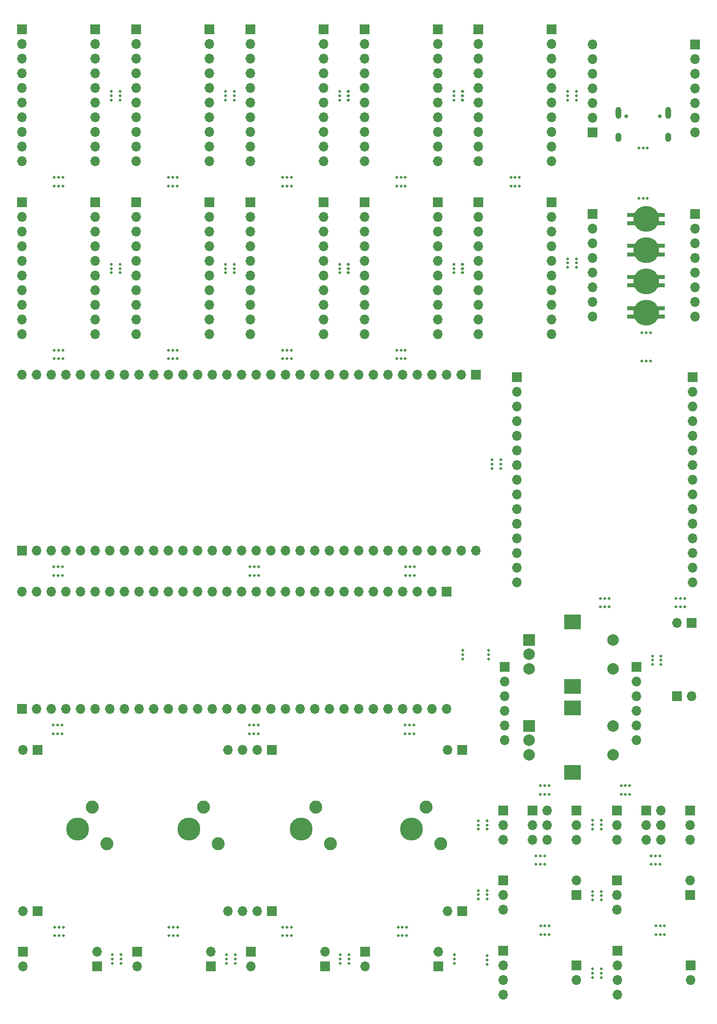
<source format=gbr>
%TF.GenerationSoftware,KiCad,Pcbnew,(6.0.2)*%
%TF.CreationDate,2022-03-17T14:33:33-04:00*%
%TF.ProjectId,Panel,50616e65-6c2e-46b6-9963-61645f706362,rev?*%
%TF.SameCoordinates,Original*%
%TF.FileFunction,Soldermask,Bot*%
%TF.FilePolarity,Negative*%
%FSLAX46Y46*%
G04 Gerber Fmt 4.6, Leading zero omitted, Abs format (unit mm)*
G04 Created by KiCad (PCBNEW (6.0.2)) date 2022-03-17 14:33:33*
%MOMM*%
%LPD*%
G01*
G04 APERTURE LIST*
%ADD10C,0.500000*%
%ADD11R,1.700000X1.700000*%
%ADD12O,1.700000X1.700000*%
%ADD13C,3.987800*%
%ADD14C,2.250000*%
%ADD15R,2.000000X2.000000*%
%ADD16C,2.000000*%
%ADD17R,3.000000X2.500000*%
%ADD18C,0.650000*%
%ADD19O,1.000000X2.100000*%
%ADD20O,1.000000X1.600000*%
%ADD21C,4.500000*%
%ADD22R,1.400000X0.800000*%
G04 APERTURE END LIST*
D10*
%TO.C,mouse-bite-2mm-slot20*%
X48612600Y-54519998D03*
X49362600Y-56019998D03*
X50112600Y-56019998D03*
X50112600Y-54519998D03*
X49362600Y-54519998D03*
X48612600Y-56019998D03*
%TD*%
%TO.C,mouse-bite-2mm-slot*%
X48542600Y-122020000D03*
X50042600Y-122020000D03*
X49292600Y-123520000D03*
X49292600Y-122020000D03*
X50042600Y-123520000D03*
X48542600Y-123520000D03*
%TD*%
D11*
%TO.C,J36*%
X95312600Y-28869999D03*
D12*
X95312600Y-31409999D03*
X95312600Y-33949999D03*
X95312600Y-36489999D03*
X95312600Y-39029999D03*
X95312600Y-41569999D03*
X95312600Y-44109999D03*
X95312600Y-46649999D03*
X95312600Y-49189999D03*
X95312600Y-51729999D03*
%TD*%
D10*
%TO.C,mouse-bite-2mm-slot*%
X84042600Y-122020000D03*
X82542600Y-123520000D03*
X84042600Y-123520000D03*
X83292600Y-122020000D03*
X83292600Y-123520000D03*
X82542600Y-122020000D03*
%TD*%
%TO.C,mouse-bite-2mm-slot*%
X150542600Y-86320000D03*
X152042600Y-86320000D03*
X151292600Y-86320000D03*
%TD*%
D11*
%TO.C,J52*%
X158960000Y-178930001D03*
D12*
X158960000Y-176390001D03*
%TD*%
D11*
%TO.C,J50*%
X134912600Y-58809999D03*
D12*
X134912600Y-61349999D03*
X134912600Y-63889999D03*
X134912600Y-66429999D03*
X134912600Y-68969999D03*
X134912600Y-71509999D03*
X134912600Y-74049999D03*
X134912600Y-76589999D03*
X134912600Y-79129999D03*
X134912600Y-81669999D03*
%TD*%
D10*
%TO.C,mouse-bite-2mm-slot*%
X141970000Y-179760001D03*
X143470000Y-179010001D03*
X143470000Y-179760001D03*
X141970000Y-179010001D03*
X143470000Y-178260001D03*
X141970000Y-178260001D03*
%TD*%
D11*
%TO.C,J19*%
X115240001Y-191270000D03*
D12*
X115240001Y-188730000D03*
%TD*%
D11*
%TO.C,JOLED1*%
X128832600Y-89110000D03*
D12*
X128832600Y-91650000D03*
X128832600Y-94190000D03*
X128832600Y-96730000D03*
X128832600Y-99270000D03*
X128832600Y-101810000D03*
X128832600Y-104350000D03*
X128832600Y-106890000D03*
X128832600Y-109430000D03*
X128832600Y-111970000D03*
X128832600Y-114510000D03*
X128832600Y-117050000D03*
X128832600Y-119590000D03*
X128832600Y-122130000D03*
X128832600Y-124670000D03*
%TD*%
D11*
%TO.C,J11*%
X121752600Y-88750000D03*
D12*
X119212600Y-88750000D03*
X116672600Y-88750000D03*
X114132600Y-88750000D03*
X111592600Y-88750000D03*
X109052600Y-88750000D03*
X106512600Y-88750000D03*
X103972600Y-88750000D03*
X101432600Y-88750000D03*
X98892600Y-88750000D03*
X96352600Y-88750000D03*
X93812600Y-88750000D03*
X91272600Y-88750000D03*
X88732600Y-88750000D03*
X86192600Y-88750000D03*
X83652600Y-88750000D03*
X81112600Y-88750000D03*
X78572600Y-88750000D03*
X76032600Y-88750000D03*
X73492600Y-88750000D03*
X70952600Y-88750000D03*
X68412600Y-88750000D03*
X65872600Y-88750000D03*
X63332600Y-88750000D03*
X60792600Y-88750000D03*
X58252600Y-88750000D03*
X55712600Y-88750000D03*
X53172600Y-88750000D03*
X50632600Y-88750000D03*
X48092600Y-88750000D03*
X45552600Y-88750000D03*
X43012600Y-88750000D03*
%TD*%
D10*
%TO.C,mouse-bite-2mm-slot10*%
X98122600Y-41119999D03*
X98122600Y-39619999D03*
X99622600Y-39619999D03*
X98122600Y-40369999D03*
X99622600Y-40369999D03*
X99622600Y-41119999D03*
%TD*%
%TO.C,mouse-bite-2mm-slot36*%
X127812600Y-54519998D03*
X128562600Y-54519998D03*
X127812600Y-56019998D03*
X129312600Y-54519998D03*
X128562600Y-56019998D03*
X129312600Y-56019998D03*
%TD*%
D11*
%TO.C,J43*%
X62812600Y-58809999D03*
D12*
X62812600Y-61349999D03*
X62812600Y-63889999D03*
X62812600Y-66429999D03*
X62812600Y-68969999D03*
X62812600Y-71509999D03*
X62812600Y-74049999D03*
X62812600Y-76589999D03*
X62812600Y-79129999D03*
X62812600Y-81669999D03*
%TD*%
D10*
%TO.C,mouse-bite-2mm-slot22*%
X60022600Y-71059999D03*
X58522600Y-71059999D03*
X60022600Y-70309999D03*
X60022600Y-69559999D03*
X58522600Y-69559999D03*
X58522600Y-70309999D03*
%TD*%
%TO.C,mouse-bite-2mm-slot*%
X58690000Y-190000000D03*
X60190000Y-190750000D03*
X58690000Y-189250000D03*
X58690000Y-190750000D03*
X60190000Y-190000000D03*
X60190000Y-189250000D03*
%TD*%
%TO.C,mouse-bite-2mm-slot*%
X88960000Y-184440000D03*
X88960000Y-185940000D03*
X88210000Y-185940000D03*
X88210000Y-184440000D03*
X89710000Y-185940000D03*
X89710000Y-184440000D03*
%TD*%
D11*
%TO.C,J32*%
X45740000Y-181650000D03*
D12*
X43200000Y-181650000D03*
%TD*%
D11*
%TO.C,J45*%
X82612600Y-58809999D03*
D12*
X82612600Y-61349999D03*
X82612600Y-63889999D03*
X82612600Y-66429999D03*
X82612600Y-68969999D03*
X82612600Y-71509999D03*
X82612600Y-74049999D03*
X82612600Y-76589999D03*
X82612600Y-79129999D03*
X82612600Y-81669999D03*
%TD*%
D11*
%TO.C,J26*%
X146260001Y-164230001D03*
D12*
X146260001Y-166770001D03*
X146260001Y-169310001D03*
%TD*%
D10*
%TO.C,mouse-bite-2mm-slot6*%
X79822600Y-40369999D03*
X78322600Y-39619999D03*
X79822600Y-39619999D03*
X79822600Y-41119999D03*
X78322600Y-40369999D03*
X78322600Y-41119999D03*
%TD*%
%TO.C,mouse-bite-2mm-slot2*%
X58522600Y-41119999D03*
X60022600Y-41119999D03*
X58522600Y-40369999D03*
X58522600Y-39619999D03*
X60022600Y-39619999D03*
X60022600Y-40369999D03*
%TD*%
%TO.C,mouse-bite-2mm-slot*%
X58502601Y-39619999D03*
X58502601Y-40369999D03*
X60002601Y-39619999D03*
X60002601Y-41119999D03*
X60002601Y-40369999D03*
X58502601Y-41119999D03*
%TD*%
D13*
%TO.C,MX1*%
X110600000Y-167490000D03*
D14*
X113140000Y-163680000D03*
X115680000Y-170030000D03*
%TD*%
D11*
%TO.C,J34*%
X75512600Y-28869999D03*
D12*
X75512600Y-31409999D03*
X75512600Y-33949999D03*
X75512600Y-36489999D03*
X75512600Y-39029999D03*
X75512600Y-41569999D03*
X75512600Y-44109999D03*
X75512600Y-46649999D03*
X75512600Y-49189999D03*
X75512600Y-51729999D03*
%TD*%
D10*
%TO.C,mouse-bite-2mm-slot*%
X152022601Y-81479999D03*
X150522601Y-81479999D03*
X151272601Y-81479999D03*
%TD*%
D11*
%TO.C,J30*%
X119400000Y-181709708D03*
D12*
X116860000Y-181709708D03*
%TD*%
D11*
%TO.C,J31*%
X45740000Y-153710000D03*
D12*
X43200000Y-153710000D03*
%TD*%
D11*
%TO.C,J53*%
X146299999Y-188550002D03*
D12*
X146299999Y-191090002D03*
X146299999Y-193630002D03*
X146299999Y-196170002D03*
%TD*%
D11*
%TO.C,J4*%
X55712600Y-28869999D03*
D12*
X55712600Y-31409999D03*
X55712600Y-33949999D03*
X55712600Y-36489999D03*
X55712600Y-39029999D03*
X55712600Y-41569999D03*
X55712600Y-44109999D03*
X55712600Y-46649999D03*
X55712600Y-49189999D03*
X55712600Y-51729999D03*
%TD*%
D10*
%TO.C,mouse-bite-2mm-slot*%
X154470000Y-185760001D03*
X152970000Y-184260001D03*
X153720000Y-185760001D03*
X153720000Y-184260001D03*
X154470000Y-184260001D03*
X152970000Y-185760001D03*
%TD*%
%TO.C,mouse-bite-2mm-slot*%
X148443948Y-161440001D03*
X147693948Y-159940001D03*
X147693948Y-161440001D03*
X146943948Y-161440001D03*
X146943948Y-159940001D03*
X148443948Y-159940001D03*
%TD*%
%TO.C,mouse-bite-2mm-slot*%
X123690000Y-178850001D03*
X122190000Y-179600001D03*
X122190000Y-178100001D03*
X123690000Y-179600001D03*
X122190000Y-178850001D03*
X123690000Y-178100001D03*
%TD*%
%TO.C,mouse-bite-2mm-slot5*%
X89712600Y-56020000D03*
X88962600Y-56020000D03*
X88212600Y-54520000D03*
X88212600Y-56020000D03*
X89712600Y-54520000D03*
X88962600Y-54520000D03*
%TD*%
%TO.C,mouse-bite-2mm-slot31*%
X117902601Y-70309999D03*
X119402601Y-70309999D03*
X117902601Y-69559999D03*
X119402601Y-69559999D03*
X119402601Y-71059999D03*
X117902601Y-71059999D03*
%TD*%
%TO.C,mouse-bite-2mm-slot*%
X150002601Y-58119999D03*
X151502601Y-58119999D03*
X150752601Y-58119999D03*
%TD*%
%TO.C,mouse-bite-2mm-slot24*%
X69162600Y-56019998D03*
X68412600Y-54519998D03*
X68412600Y-56019998D03*
X69162600Y-54519998D03*
X69912600Y-56019998D03*
X69912600Y-54519998D03*
%TD*%
D11*
%TO.C,J23*%
X102540001Y-188730000D03*
D12*
X102540001Y-191270000D03*
%TD*%
D11*
%TO.C,J5*%
X116680000Y-126310000D03*
D12*
X114140000Y-126310000D03*
X111600000Y-126310000D03*
X109060000Y-126310000D03*
X106520000Y-126310000D03*
X103980000Y-126310000D03*
X101440000Y-126310000D03*
X98900000Y-126310000D03*
X96360000Y-126310000D03*
X93820000Y-126310000D03*
X91280000Y-126310000D03*
X88740000Y-126310000D03*
X86200000Y-126310000D03*
X83660000Y-126310000D03*
X81120000Y-126310000D03*
X78580000Y-126310000D03*
X76040000Y-126310000D03*
X73500000Y-126310000D03*
X70960000Y-126310000D03*
X68420000Y-126310000D03*
X65880000Y-126310000D03*
X63340000Y-126310000D03*
X60800000Y-126310000D03*
X58260000Y-126310000D03*
X55720000Y-126310000D03*
X53180000Y-126310000D03*
X50640000Y-126310000D03*
X48100000Y-126310000D03*
X45560000Y-126310000D03*
X43020000Y-126310000D03*
%TD*%
D11*
%TO.C,J18*%
X141992601Y-46690002D03*
D12*
X141992601Y-44150002D03*
X141992601Y-41610002D03*
X141992601Y-39070002D03*
X141992601Y-36530002D03*
X141992601Y-33990002D03*
X141992601Y-31450002D03*
%TD*%
D11*
%TO.C,J6*%
X43200000Y-188730000D03*
D12*
X43200000Y-191270000D03*
%TD*%
D13*
%TO.C,MX3*%
X91460000Y-167490000D03*
D14*
X94000000Y-163680000D03*
X96540000Y-170030000D03*
%TD*%
D11*
%TO.C,J40*%
X134912600Y-28869999D03*
D12*
X134912600Y-31409999D03*
X134912600Y-33949999D03*
X134912600Y-36489999D03*
X134912600Y-39029999D03*
X134912600Y-41569999D03*
X134912600Y-44109999D03*
X134912600Y-46649999D03*
X134912600Y-49189999D03*
X134912600Y-51729999D03*
%TD*%
D11*
%TO.C,J8*%
X126709999Y-139370001D03*
D12*
X126709999Y-141910001D03*
X126709999Y-144450001D03*
X126709999Y-146990001D03*
X126709999Y-149530001D03*
X126709999Y-152070001D03*
%TD*%
D10*
%TO.C,mouse-bite-2mm-slot*%
X143322600Y-127460000D03*
X144822600Y-128960000D03*
X144072600Y-128960000D03*
X144072600Y-127460000D03*
X144822600Y-127460000D03*
X143322600Y-128960000D03*
%TD*%
%TO.C,mouse-bite-2mm-slot*%
X48710000Y-185940000D03*
X50210000Y-184440000D03*
X49460000Y-184440000D03*
X48710000Y-184440000D03*
X50210000Y-185940000D03*
X49460000Y-185940000D03*
%TD*%
%TO.C,mouse-bite-2mm-slot*%
X122190000Y-166000001D03*
X122190000Y-167500001D03*
X123690000Y-167500001D03*
X123690000Y-166750001D03*
X123690000Y-166000001D03*
X122190000Y-166750001D03*
%TD*%
D11*
%TO.C,J16*%
X126480000Y-176390001D03*
D12*
X126480000Y-178930001D03*
X126480000Y-181470001D03*
%TD*%
D10*
%TO.C,mouse-bite-2mm-slot*%
X48470000Y-150920000D03*
X49220000Y-149420000D03*
X49220000Y-150920000D03*
X49970000Y-149420000D03*
X48470000Y-149420000D03*
X49970000Y-150920000D03*
%TD*%
D11*
%TO.C,J28*%
X158960001Y-164230001D03*
D12*
X158960001Y-166770001D03*
X158960001Y-169310001D03*
%TD*%
D10*
%TO.C,mouse-bite-2mm-slot21*%
X68412600Y-85960000D03*
X69162600Y-85960000D03*
X69912600Y-85960000D03*
X69162600Y-84460000D03*
X69912600Y-84460000D03*
X68412600Y-84460000D03*
%TD*%
%TO.C,mouse-bite-2mm-slot*%
X123919999Y-137960000D03*
X123919999Y-136460000D03*
X123919999Y-137210000D03*
%TD*%
%TO.C,mouse-bite-2mm-slot*%
X118030001Y-189250000D03*
X118030001Y-190750000D03*
X118030001Y-190000000D03*
%TD*%
D11*
%TO.C,J58*%
X95580000Y-191270000D03*
D12*
X95580000Y-188730000D03*
%TD*%
D11*
%TO.C,J47*%
X102412600Y-58809999D03*
D12*
X102412600Y-61349999D03*
X102412600Y-63889999D03*
X102412600Y-66429999D03*
X102412600Y-68969999D03*
X102412600Y-71509999D03*
X102412600Y-74049999D03*
X102412600Y-76589999D03*
X102412600Y-79129999D03*
X102412600Y-81669999D03*
%TD*%
D11*
%TO.C,J35*%
X82612600Y-28869999D03*
D12*
X82612600Y-31409999D03*
X82612600Y-33949999D03*
X82612600Y-36489999D03*
X82612600Y-39029999D03*
X82612600Y-41569999D03*
X82612600Y-44109999D03*
X82612600Y-46649999D03*
X82612600Y-49189999D03*
X82612600Y-51729999D03*
%TD*%
D11*
%TO.C,J57*%
X82760000Y-188730000D03*
D12*
X82760000Y-191270000D03*
%TD*%
D11*
%TO.C,J38*%
X115112600Y-28869999D03*
D12*
X115112600Y-31409999D03*
X115112600Y-33949999D03*
X115112600Y-36489999D03*
X115112600Y-39029999D03*
X115112600Y-41569999D03*
X115112600Y-44109999D03*
X115112600Y-46649999D03*
X115112600Y-49189999D03*
X115112600Y-51729999D03*
%TD*%
D10*
%TO.C,mouse-bite-2mm-slot14*%
X137702601Y-68619999D03*
X139202601Y-69369999D03*
X137702601Y-70119999D03*
X139202601Y-68619999D03*
X137702601Y-69369999D03*
X139202601Y-70119999D03*
%TD*%
D11*
%TO.C,J41*%
X43012600Y-58809999D03*
D12*
X43012600Y-61349999D03*
X43012600Y-63889999D03*
X43012600Y-66429999D03*
X43012600Y-68969999D03*
X43012600Y-71509999D03*
X43012600Y-74049999D03*
X43012600Y-76589999D03*
X43012600Y-79129999D03*
X43012600Y-81669999D03*
%TD*%
D11*
%TO.C,J54*%
X158999999Y-191090002D03*
D12*
X158999999Y-193630002D03*
%TD*%
D10*
%TO.C,mouse-bite-2mm-slot*%
X109750000Y-184440000D03*
X108250000Y-185940000D03*
X109750000Y-185940000D03*
X109000000Y-184440000D03*
X108250000Y-184440000D03*
X109000000Y-185940000D03*
%TD*%
%TO.C,mouse-bite-2mm-slot*%
X110292600Y-122020000D03*
X111042600Y-122020000D03*
X109542600Y-122020000D03*
X111042600Y-123520000D03*
X109542600Y-123520000D03*
X110292600Y-123520000D03*
%TD*%
D11*
%TO.C,J22*%
X131560000Y-164230001D03*
D12*
X134100000Y-164230001D03*
X131560000Y-166770001D03*
X134100000Y-166770001D03*
X131560000Y-169310001D03*
X134100000Y-169310001D03*
%TD*%
D10*
%TO.C,mouse-bite-2mm-slot*%
X152163948Y-172100001D03*
X153663948Y-172100001D03*
X153663948Y-173600001D03*
X152913948Y-173600001D03*
X152913948Y-172100001D03*
X152163948Y-173600001D03*
%TD*%
%TO.C,mouse-bite-2mm-slot*%
X110970000Y-150920000D03*
X109470000Y-150920000D03*
X110220000Y-150920000D03*
X109470000Y-149420000D03*
X110220000Y-149420000D03*
X110970000Y-149420000D03*
%TD*%
D11*
%TO.C,J29*%
X119400000Y-153769708D03*
D12*
X116860000Y-153769708D03*
%TD*%
D10*
%TO.C,mouse-bite-2mm-slot28*%
X88212600Y-54519998D03*
X88962600Y-56019998D03*
X89712600Y-56019998D03*
X89712600Y-54519998D03*
X88962600Y-54519998D03*
X88212600Y-56019998D03*
%TD*%
D11*
%TO.C,J1*%
X43020000Y-146630000D03*
D12*
X45560000Y-146630000D03*
X48100000Y-146630000D03*
X50640000Y-146630000D03*
X53180000Y-146630000D03*
X55720000Y-146630000D03*
X58260000Y-146630000D03*
X60800000Y-146630000D03*
X63340000Y-146630000D03*
X65880000Y-146630000D03*
X68420000Y-146630000D03*
X70960000Y-146630000D03*
X73500000Y-146630000D03*
X76040000Y-146630000D03*
X78580000Y-146630000D03*
X81120000Y-146630000D03*
X83660000Y-146630000D03*
X86200000Y-146630000D03*
X88740000Y-146630000D03*
X91280000Y-146630000D03*
X93820000Y-146630000D03*
X96360000Y-146630000D03*
X98900000Y-146630000D03*
X101440000Y-146630000D03*
X103980000Y-146630000D03*
X106520000Y-146630000D03*
X109060000Y-146630000D03*
X111600000Y-146630000D03*
X114140000Y-146630000D03*
X116680000Y-146630000D03*
%TD*%
D11*
%TO.C,J3*%
X43012600Y-119230000D03*
D12*
X45552600Y-119230000D03*
X48092600Y-119230000D03*
X50632600Y-119230000D03*
X53172600Y-119230000D03*
X55712600Y-119230000D03*
X58252600Y-119230000D03*
X60792600Y-119230000D03*
X63332600Y-119230000D03*
X65872600Y-119230000D03*
X68412600Y-119230000D03*
X70952600Y-119230000D03*
X73492600Y-119230000D03*
X76032600Y-119230000D03*
X78572600Y-119230000D03*
X81112600Y-119230000D03*
X83652600Y-119230000D03*
X86192600Y-119230000D03*
X88732600Y-119230000D03*
X91272600Y-119230000D03*
X93812600Y-119230000D03*
X96352600Y-119230000D03*
X98892600Y-119230000D03*
X101432600Y-119230000D03*
X103972600Y-119230000D03*
X106512600Y-119230000D03*
X109052600Y-119230000D03*
X111592600Y-119230000D03*
X114132600Y-119230000D03*
X116672600Y-119230000D03*
X119212600Y-119230000D03*
X121752600Y-119230000D03*
%TD*%
D11*
%TO.C,J24*%
X139180000Y-164230001D03*
D12*
X139180000Y-166770001D03*
X139180000Y-169310001D03*
%TD*%
D11*
%TO.C,J19*%
X156649999Y-144450001D03*
D12*
X159189999Y-144450001D03*
%TD*%
D10*
%TO.C,mouse-bite-2mm-slot29*%
X108762600Y-84460000D03*
X109512600Y-85960000D03*
X108012600Y-85960000D03*
X108762600Y-85960000D03*
X109512600Y-84460000D03*
X108012600Y-84460000D03*
%TD*%
D11*
%TO.C,J15*%
X126519999Y-188550002D03*
D12*
X126519999Y-191090002D03*
X126519999Y-193630002D03*
X126519999Y-196170002D03*
%TD*%
D11*
%TO.C,J51*%
X146260000Y-176390001D03*
D12*
X146260000Y-178930001D03*
X146260000Y-181470001D03*
%TD*%
D10*
%TO.C,mouse-bite-2mm-slot*%
X123729999Y-190920002D03*
X123729999Y-189420002D03*
X123729999Y-190170002D03*
%TD*%
%TO.C,mouse-bite-2mm-slot*%
X132163948Y-172100001D03*
X133663948Y-172100001D03*
X133663948Y-173600001D03*
X132163948Y-173600001D03*
X132913948Y-173600001D03*
X132913948Y-172100001D03*
%TD*%
D11*
%TO.C,J20*%
X139180000Y-178930001D03*
D12*
X139180000Y-176390001D03*
%TD*%
D11*
%TO.C,J23*%
X159189999Y-131750001D03*
D12*
X156649999Y-131750001D03*
%TD*%
D10*
%TO.C,mouse-bite-2mm-slot14*%
X139202601Y-40369999D03*
X139202601Y-39619999D03*
X137702601Y-40369999D03*
X139202601Y-41119999D03*
X137702601Y-39619999D03*
X137702601Y-41119999D03*
%TD*%
D11*
%TO.C,JOLED2*%
X159312600Y-89115000D03*
D12*
X159312600Y-91655000D03*
X159312600Y-94195000D03*
X159312600Y-96735000D03*
X159312600Y-99275000D03*
X159312600Y-101815000D03*
X159312600Y-104355000D03*
X159312600Y-106895000D03*
X159312600Y-109435000D03*
X159312600Y-111975000D03*
X159312600Y-114515000D03*
X159312600Y-117055000D03*
X159312600Y-119595000D03*
X159312600Y-122135000D03*
X159312600Y-124675000D03*
%TD*%
D11*
%TO.C,J10*%
X86380000Y-153710000D03*
D12*
X83840000Y-153710000D03*
X81300000Y-153710000D03*
X78760000Y-153710000D03*
%TD*%
D10*
%TO.C,mouse-bite-2mm-slot7*%
X98102601Y-41119999D03*
X99602601Y-39619999D03*
X98102601Y-40369999D03*
X99602601Y-40369999D03*
X99602601Y-41119999D03*
X98102601Y-39619999D03*
%TD*%
%TO.C,mouse-bite-2mm-slot13*%
X129312600Y-56020000D03*
X129312600Y-54520000D03*
X127812600Y-56020000D03*
X127812600Y-54520000D03*
X128562600Y-56020000D03*
X128562600Y-54520000D03*
%TD*%
D11*
%TO.C,J13*%
X141992601Y-60909999D03*
D12*
X141992601Y-63449999D03*
X141992601Y-65989999D03*
X141992601Y-68529999D03*
X141992601Y-71069999D03*
X141992601Y-73609999D03*
X141992601Y-76149999D03*
X141992601Y-78689999D03*
%TD*%
D11*
%TO.C,J42*%
X55712600Y-58809999D03*
D12*
X55712600Y-61349999D03*
X55712600Y-63889999D03*
X55712600Y-66429999D03*
X55712600Y-68969999D03*
X55712600Y-71509999D03*
X55712600Y-74049999D03*
X55712600Y-76589999D03*
X55712600Y-79129999D03*
X55712600Y-81669999D03*
%TD*%
D11*
%TO.C,J14*%
X159772601Y-60909999D03*
D12*
X159772601Y-63449999D03*
X159772601Y-65989999D03*
X159772601Y-68529999D03*
X159772601Y-71069999D03*
X159772601Y-73609999D03*
X159772601Y-76149999D03*
X159772601Y-78689999D03*
%TD*%
D10*
%TO.C,mouse-bite-2mm-slot34*%
X117922600Y-69559999D03*
X119422600Y-70309999D03*
X117922600Y-71059999D03*
X117922600Y-70309999D03*
X119422600Y-69559999D03*
X119422600Y-71059999D03*
%TD*%
%TO.C,mouse-bite-2mm-slot1*%
X69912600Y-54520000D03*
X68412600Y-54520000D03*
X69912600Y-56020000D03*
X69162600Y-56020000D03*
X68412600Y-56020000D03*
X69162600Y-54520000D03*
%TD*%
%TO.C,mouse-bite-2mm-slot3*%
X79802601Y-40369999D03*
X78302601Y-39619999D03*
X79802601Y-39619999D03*
X78302601Y-41119999D03*
X79802601Y-41119999D03*
X78302601Y-40369999D03*
%TD*%
D11*
%TO.C,J21*%
X139219999Y-191090002D03*
D12*
X139219999Y-193630002D03*
%TD*%
D10*
%TO.C,mouse-bite-2mm-slot*%
X70010000Y-185940000D03*
X69260000Y-184440000D03*
X69260000Y-185940000D03*
X70010000Y-184440000D03*
X68510000Y-185940000D03*
X68510000Y-184440000D03*
%TD*%
%TO.C,mouse-bite-2mm-slot*%
X153859999Y-137460000D03*
X153859999Y-138210000D03*
X152359999Y-138210000D03*
X152359999Y-137460000D03*
X152359999Y-138960000D03*
X153859999Y-138960000D03*
%TD*%
%TO.C,mouse-bite-2mm-slot30*%
X98122600Y-69559999D03*
X99622600Y-71059999D03*
X99622600Y-69559999D03*
X98122600Y-70309999D03*
X99622600Y-70309999D03*
X98122600Y-71059999D03*
%TD*%
D11*
%TO.C,J33*%
X62812600Y-28869999D03*
D12*
X62812600Y-31409999D03*
X62812600Y-33949999D03*
X62812600Y-36489999D03*
X62812600Y-39029999D03*
X62812600Y-41569999D03*
X62812600Y-44109999D03*
X62812600Y-46649999D03*
X62812600Y-49189999D03*
X62812600Y-51729999D03*
%TD*%
D10*
%TO.C,mouse-bite-2mm-slot32*%
X108762600Y-54519998D03*
X108762600Y-56019998D03*
X108012600Y-54519998D03*
X109512600Y-56019998D03*
X108012600Y-56019998D03*
X109512600Y-54519998D03*
%TD*%
%TO.C,mouse-bite-2mm-slot27*%
X99602601Y-70309999D03*
X99602601Y-69559999D03*
X98102601Y-71059999D03*
X98102601Y-69559999D03*
X99602601Y-71059999D03*
X98102601Y-70309999D03*
%TD*%
D11*
%TO.C,J55*%
X62980000Y-188730000D03*
D12*
X62980000Y-191270000D03*
%TD*%
D10*
%TO.C,mouse-bite-2mm-slot17*%
X50112600Y-84460000D03*
X49362600Y-84460000D03*
X49362600Y-85960000D03*
X48612600Y-85960000D03*
X48612600Y-84460000D03*
X50112600Y-85960000D03*
%TD*%
%TO.C,mouse-bite-2mm-slot*%
X78470000Y-190000000D03*
X79970000Y-189250000D03*
X78470000Y-190750000D03*
X78470000Y-189250000D03*
X79970000Y-190750000D03*
X79970000Y-190000000D03*
%TD*%
%TO.C,mouse-bite-2mm-slot*%
X134470000Y-185760001D03*
X133720000Y-185760001D03*
X134470000Y-184260001D03*
X133720000Y-184260001D03*
X132970000Y-184260001D03*
X132970000Y-185760001D03*
%TD*%
%TO.C,mouse-bite-2mm-slot*%
X134443948Y-159940001D03*
X133693948Y-161440001D03*
X134443948Y-161440001D03*
X132943948Y-161440001D03*
X132943948Y-159940001D03*
X133693948Y-159940001D03*
%TD*%
%TO.C,mouse-bite-2mm-slot11*%
X117902601Y-40369999D03*
X117902601Y-41119999D03*
X119402601Y-41119999D03*
X119402601Y-39619999D03*
X117902601Y-39619999D03*
X119402601Y-40369999D03*
%TD*%
%TO.C,mouse-bite-2mm-slot*%
X50112600Y-56020000D03*
X50112600Y-54520000D03*
X48612600Y-56020000D03*
X49362600Y-54520000D03*
X49362600Y-56020000D03*
X48612600Y-54520000D03*
%TD*%
%TO.C,mouse-bite-2mm-slot*%
X99750000Y-190000000D03*
X99750000Y-190750000D03*
X98250000Y-189250000D03*
X98250000Y-190750000D03*
X98250000Y-190000000D03*
X99750000Y-189250000D03*
%TD*%
%TO.C,mouse-bite-2mm-slot*%
X151502601Y-49480002D03*
X150002601Y-49480002D03*
X150752601Y-49480002D03*
%TD*%
D11*
%TO.C,J12*%
X149569999Y-139370001D03*
D12*
X149569999Y-141910001D03*
X149569999Y-144450001D03*
X149569999Y-146990001D03*
X149569999Y-149530001D03*
X149569999Y-152070001D03*
%TD*%
D10*
%TO.C,mouse-bite-2mm-slot25*%
X89712600Y-84460000D03*
X88212600Y-85960000D03*
X88962600Y-85960000D03*
X89712600Y-85960000D03*
X88212600Y-84460000D03*
X88962600Y-84460000D03*
%TD*%
%TO.C,mouse-bite-2mm-slot*%
X126042600Y-104210000D03*
X124542600Y-104210000D03*
X126042600Y-103460000D03*
X124542600Y-104960000D03*
X126042600Y-104960000D03*
X124542600Y-103460000D03*
%TD*%
D11*
%TO.C,J46*%
X95312600Y-58809999D03*
D12*
X95312600Y-61349999D03*
X95312600Y-63889999D03*
X95312600Y-66429999D03*
X95312600Y-68969999D03*
X95312600Y-71509999D03*
X95312600Y-74049999D03*
X95312600Y-76589999D03*
X95312600Y-79129999D03*
X95312600Y-81669999D03*
%TD*%
D10*
%TO.C,mouse-bite-2mm-slot9*%
X109512600Y-54520000D03*
X109512600Y-56020000D03*
X108012600Y-56020000D03*
X108762600Y-54520000D03*
X108012600Y-54520000D03*
X108762600Y-56020000D03*
%TD*%
D11*
%TO.C,J27*%
X151340001Y-164230001D03*
D12*
X153880001Y-164230001D03*
X151340001Y-166770001D03*
X153880001Y-166770001D03*
X151340001Y-169310001D03*
X153880001Y-169310001D03*
%TD*%
D10*
%TO.C,mouse-bite-2mm-slot*%
X141970000Y-166690001D03*
X141970000Y-165940001D03*
X143470000Y-167440001D03*
X141970000Y-167440001D03*
X143470000Y-165940001D03*
X143470000Y-166690001D03*
%TD*%
%TO.C,mouse-bite-2mm-slot23*%
X78302601Y-69559999D03*
X79802601Y-71059999D03*
X79802601Y-69559999D03*
X78302601Y-71059999D03*
X78302601Y-70309999D03*
X79802601Y-70309999D03*
%TD*%
%TO.C,mouse-bite-2mm-slot*%
X119470000Y-136460000D03*
X119470000Y-137960000D03*
X119470000Y-137210000D03*
%TD*%
D11*
%TO.C,J39*%
X122212600Y-28869999D03*
D12*
X122212600Y-31409999D03*
X122212600Y-33949999D03*
X122212600Y-36489999D03*
X122212600Y-39029999D03*
X122212600Y-41569999D03*
X122212600Y-44109999D03*
X122212600Y-46649999D03*
X122212600Y-49189999D03*
X122212600Y-51729999D03*
%TD*%
D11*
%TO.C,J56*%
X75800000Y-191270000D03*
D12*
X75800000Y-188730000D03*
%TD*%
D11*
%TO.C,J7*%
X56020000Y-191270000D03*
D12*
X56020000Y-188730000D03*
%TD*%
D11*
%TO.C,J49*%
X122212600Y-58809999D03*
D12*
X122212600Y-61349999D03*
X122212600Y-63889999D03*
X122212600Y-66429999D03*
X122212600Y-68969999D03*
X122212600Y-71509999D03*
X122212600Y-74049999D03*
X122212600Y-76589999D03*
X122212600Y-79129999D03*
X122212600Y-81669999D03*
%TD*%
D10*
%TO.C,mouse-bite-2mm-slot19*%
X58502601Y-71059999D03*
X58502601Y-70309999D03*
X58502601Y-69559999D03*
X60002601Y-71059999D03*
X60002601Y-70309999D03*
X60002601Y-69559999D03*
%TD*%
%TO.C,mouse-bite-2mm-slot*%
X82470000Y-149420000D03*
X83220000Y-149420000D03*
X83220000Y-150920000D03*
X83970000Y-150920000D03*
X83970000Y-149420000D03*
X82470000Y-150920000D03*
%TD*%
%TO.C,mouse-bite-2mm-slot*%
X142010000Y-191660001D03*
X142010000Y-192410001D03*
X143510000Y-193160001D03*
X142010000Y-193160001D03*
X143510000Y-191660001D03*
X143510000Y-192410001D03*
%TD*%
D13*
%TO.C,MX2*%
X72000000Y-167490000D03*
D14*
X74540000Y-163680000D03*
X77080000Y-170030000D03*
%TD*%
D11*
%TO.C,J17*%
X126480000Y-164230001D03*
D12*
X126480000Y-166770001D03*
X126480000Y-169310001D03*
%TD*%
D10*
%TO.C,mouse-bite-2mm-slot26*%
X78322600Y-71059999D03*
X79822600Y-71059999D03*
X78322600Y-70309999D03*
X78322600Y-69559999D03*
X79822600Y-70309999D03*
X79822600Y-69559999D03*
%TD*%
D11*
%TO.C,J2*%
X43012600Y-28869999D03*
D12*
X43012600Y-31409999D03*
X43012600Y-33949999D03*
X43012600Y-36489999D03*
X43012600Y-39029999D03*
X43012600Y-41569999D03*
X43012600Y-44109999D03*
X43012600Y-46649999D03*
X43012600Y-49189999D03*
X43012600Y-51729999D03*
%TD*%
D13*
%TO.C,MX4*%
X52700000Y-167490000D03*
D14*
X55240000Y-163680000D03*
X57780000Y-170030000D03*
%TD*%
D10*
%TO.C,mouse-bite-2mm-slot*%
X156470000Y-128960000D03*
X157220000Y-127460000D03*
X156470000Y-127460000D03*
X157220000Y-128960000D03*
X157970000Y-127460000D03*
X157970000Y-128960000D03*
%TD*%
D15*
%TO.C,SW1*%
X131009999Y-134670001D03*
D16*
X131009999Y-139670001D03*
X131009999Y-137170001D03*
D17*
X138509999Y-131570001D03*
X138509999Y-142770001D03*
D16*
X145509999Y-134670001D03*
X145509999Y-139670001D03*
%TD*%
D11*
%TO.C,J37*%
X102412600Y-28869999D03*
D12*
X102412600Y-31409999D03*
X102412600Y-33949999D03*
X102412600Y-36489999D03*
X102412600Y-39029999D03*
X102412600Y-41569999D03*
X102412600Y-44109999D03*
X102412600Y-46649999D03*
X102412600Y-49189999D03*
X102412600Y-51729999D03*
%TD*%
D18*
%TO.C,USB1*%
X147862601Y-43905002D03*
X153642601Y-43905002D03*
D19*
X146432601Y-43375002D03*
D20*
X155072601Y-47555002D03*
X146432601Y-47555002D03*
D19*
X155072601Y-43375002D03*
%TD*%
D11*
%TO.C,J9*%
X86380000Y-181650000D03*
D12*
X83840000Y-181650000D03*
X81300000Y-181650000D03*
X78760000Y-181650000D03*
%TD*%
D10*
%TO.C,mouse-bite-2mm-slot14*%
X119422600Y-39619999D03*
X117922600Y-41119999D03*
X117922600Y-39619999D03*
X119422600Y-41119999D03*
X119422600Y-40369999D03*
X117922600Y-40369999D03*
%TD*%
D11*
%TO.C,J44*%
X75512600Y-58809999D03*
D12*
X75512600Y-61349999D03*
X75512600Y-63889999D03*
X75512600Y-66429999D03*
X75512600Y-68969999D03*
X75512600Y-71509999D03*
X75512600Y-74049999D03*
X75512600Y-76589999D03*
X75512600Y-79129999D03*
X75512600Y-81669999D03*
%TD*%
D11*
%TO.C,J48*%
X115112600Y-58809999D03*
D12*
X115112600Y-61349999D03*
X115112600Y-63889999D03*
X115112600Y-66429999D03*
X115112600Y-68969999D03*
X115112600Y-71509999D03*
X115112600Y-74049999D03*
X115112600Y-76589999D03*
X115112600Y-79129999D03*
X115112600Y-81669999D03*
%TD*%
D11*
%TO.C,J25*%
X159772601Y-31450002D03*
D12*
X159772601Y-33990002D03*
X159772601Y-36530002D03*
X159772601Y-39070002D03*
X159772601Y-41610002D03*
X159772601Y-44150002D03*
X159772601Y-46690002D03*
%TD*%
D15*
%TO.C,SW2*%
X130999999Y-149570001D03*
D16*
X130999999Y-154570001D03*
X130999999Y-152070001D03*
D17*
X138499999Y-157670001D03*
X138499999Y-146470001D03*
D16*
X145499999Y-149570001D03*
X145499999Y-154570001D03*
%TD*%
D21*
%TO.C,RGB2*%
X151272601Y-67129999D03*
D22*
X148672601Y-66404999D03*
X153872601Y-66404999D03*
X153872601Y-67854999D03*
X148672601Y-67854999D03*
%TD*%
D21*
%TO.C,RGB1*%
X151272601Y-61729999D03*
D22*
X148672601Y-61004999D03*
X153872601Y-61004999D03*
X153872601Y-62454999D03*
X148672601Y-62454999D03*
%TD*%
D21*
%TO.C,RGB3*%
X151272601Y-72529999D03*
D22*
X148672601Y-71804999D03*
X153872601Y-71804999D03*
X153872601Y-73254999D03*
X148672601Y-73254999D03*
%TD*%
D21*
%TO.C,RGB4*%
X151272601Y-77929999D03*
D22*
X148672601Y-77204999D03*
X153872601Y-77204999D03*
X153872601Y-78654999D03*
X148672601Y-78654999D03*
%TD*%
M02*

</source>
